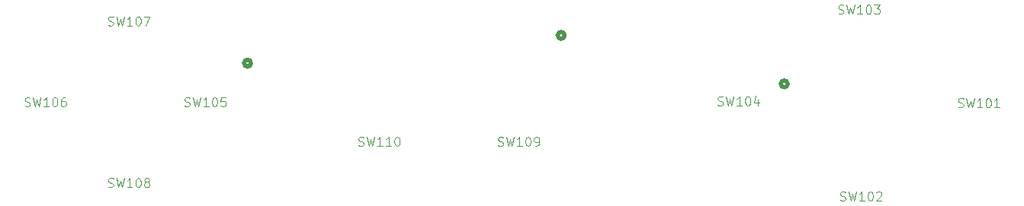
<source format=gto>
G04 #@! TF.GenerationSoftware,KiCad,Pcbnew,8.0.9*
G04 #@! TF.CreationDate,2025-09-16T20:49:19+09:00*
G04 #@! TF.ProjectId,usb_sfc_pad,7573625f-7366-4635-9f70-61642e6b6963,rev?*
G04 #@! TF.SameCoordinates,Original*
G04 #@! TF.FileFunction,Legend,Top*
G04 #@! TF.FilePolarity,Positive*
%FSLAX46Y46*%
G04 Gerber Fmt 4.6, Leading zero omitted, Abs format (unit mm)*
G04 Created by KiCad (PCBNEW 8.0.9) date 2025-09-16 20:49:19*
%MOMM*%
%LPD*%
G01*
G04 APERTURE LIST*
G04 Aperture macros list*
%AMFreePoly0*
4,1,19,0.300000,-2.700000,-3.900000,-2.700000,-3.900000,-2.200000,-0.700000,-2.200000,-0.700000,-1.200000,-3.900000,-1.200000,-3.900000,-0.800000,-0.700000,-0.800000,-0.700000,0.200000,-3.900000,0.200000,-3.900000,0.600000,-0.700000,0.600000,-0.700000,1.600000,-3.900000,1.600000,-3.900000,2.000000,-0.700000,2.000000,-0.700000,2.800000,0.300000,2.800000,0.300000,-2.700000,0.300000,-2.700000,
$1*%
%AMFreePoly1*
4,1,19,3.900000,2.200000,0.700000,2.200000,0.700000,1.200000,3.900000,1.200000,3.900000,0.800000,0.700000,0.800000,0.700000,-0.200000,3.900000,-0.200000,3.900000,-0.600000,0.700000,-0.600000,0.700000,-1.600000,3.900000,-1.600000,3.900000,-2.000000,0.700000,-2.000000,0.700000,-2.800000,-0.300000,-2.800000,-0.300000,2.700000,3.900000,2.700000,3.900000,2.200000,3.900000,2.200000,
$1*%
G04 Aperture macros list end*
%ADD10C,0.100000*%
%ADD11C,0.508000*%
%ADD12FreePoly0,0.000000*%
%ADD13FreePoly1,0.000000*%
%ADD14R,1.700000X1.700000*%
%ADD15O,1.700000X1.700000*%
G04 APERTURE END LIST*
D10*
X139514286Y-116059800D02*
X139657143Y-116107419D01*
X139657143Y-116107419D02*
X139895238Y-116107419D01*
X139895238Y-116107419D02*
X139990476Y-116059800D01*
X139990476Y-116059800D02*
X140038095Y-116012180D01*
X140038095Y-116012180D02*
X140085714Y-115916942D01*
X140085714Y-115916942D02*
X140085714Y-115821704D01*
X140085714Y-115821704D02*
X140038095Y-115726466D01*
X140038095Y-115726466D02*
X139990476Y-115678847D01*
X139990476Y-115678847D02*
X139895238Y-115631228D01*
X139895238Y-115631228D02*
X139704762Y-115583609D01*
X139704762Y-115583609D02*
X139609524Y-115535990D01*
X139609524Y-115535990D02*
X139561905Y-115488371D01*
X139561905Y-115488371D02*
X139514286Y-115393133D01*
X139514286Y-115393133D02*
X139514286Y-115297895D01*
X139514286Y-115297895D02*
X139561905Y-115202657D01*
X139561905Y-115202657D02*
X139609524Y-115155038D01*
X139609524Y-115155038D02*
X139704762Y-115107419D01*
X139704762Y-115107419D02*
X139942857Y-115107419D01*
X139942857Y-115107419D02*
X140085714Y-115155038D01*
X140419048Y-115107419D02*
X140657143Y-116107419D01*
X140657143Y-116107419D02*
X140847619Y-115393133D01*
X140847619Y-115393133D02*
X141038095Y-116107419D01*
X141038095Y-116107419D02*
X141276191Y-115107419D01*
X142180952Y-116107419D02*
X141609524Y-116107419D01*
X141895238Y-116107419D02*
X141895238Y-115107419D01*
X141895238Y-115107419D02*
X141800000Y-115250276D01*
X141800000Y-115250276D02*
X141704762Y-115345514D01*
X141704762Y-115345514D02*
X141609524Y-115393133D01*
X143133333Y-116107419D02*
X142561905Y-116107419D01*
X142847619Y-116107419D02*
X142847619Y-115107419D01*
X142847619Y-115107419D02*
X142752381Y-115250276D01*
X142752381Y-115250276D02*
X142657143Y-115345514D01*
X142657143Y-115345514D02*
X142561905Y-115393133D01*
X143752381Y-115107419D02*
X143847619Y-115107419D01*
X143847619Y-115107419D02*
X143942857Y-115155038D01*
X143942857Y-115155038D02*
X143990476Y-115202657D01*
X143990476Y-115202657D02*
X144038095Y-115297895D01*
X144038095Y-115297895D02*
X144085714Y-115488371D01*
X144085714Y-115488371D02*
X144085714Y-115726466D01*
X144085714Y-115726466D02*
X144038095Y-115916942D01*
X144038095Y-115916942D02*
X143990476Y-116012180D01*
X143990476Y-116012180D02*
X143942857Y-116059800D01*
X143942857Y-116059800D02*
X143847619Y-116107419D01*
X143847619Y-116107419D02*
X143752381Y-116107419D01*
X143752381Y-116107419D02*
X143657143Y-116059800D01*
X143657143Y-116059800D02*
X143609524Y-116012180D01*
X143609524Y-116012180D02*
X143561905Y-115916942D01*
X143561905Y-115916942D02*
X143514286Y-115726466D01*
X143514286Y-115726466D02*
X143514286Y-115488371D01*
X143514286Y-115488371D02*
X143561905Y-115297895D01*
X143561905Y-115297895D02*
X143609524Y-115202657D01*
X143609524Y-115202657D02*
X143657143Y-115155038D01*
X143657143Y-115155038D02*
X143752381Y-115107419D01*
X102464286Y-111659800D02*
X102607143Y-111707419D01*
X102607143Y-111707419D02*
X102845238Y-111707419D01*
X102845238Y-111707419D02*
X102940476Y-111659800D01*
X102940476Y-111659800D02*
X102988095Y-111612180D01*
X102988095Y-111612180D02*
X103035714Y-111516942D01*
X103035714Y-111516942D02*
X103035714Y-111421704D01*
X103035714Y-111421704D02*
X102988095Y-111326466D01*
X102988095Y-111326466D02*
X102940476Y-111278847D01*
X102940476Y-111278847D02*
X102845238Y-111231228D01*
X102845238Y-111231228D02*
X102654762Y-111183609D01*
X102654762Y-111183609D02*
X102559524Y-111135990D01*
X102559524Y-111135990D02*
X102511905Y-111088371D01*
X102511905Y-111088371D02*
X102464286Y-110993133D01*
X102464286Y-110993133D02*
X102464286Y-110897895D01*
X102464286Y-110897895D02*
X102511905Y-110802657D01*
X102511905Y-110802657D02*
X102559524Y-110755038D01*
X102559524Y-110755038D02*
X102654762Y-110707419D01*
X102654762Y-110707419D02*
X102892857Y-110707419D01*
X102892857Y-110707419D02*
X103035714Y-110755038D01*
X103369048Y-110707419D02*
X103607143Y-111707419D01*
X103607143Y-111707419D02*
X103797619Y-110993133D01*
X103797619Y-110993133D02*
X103988095Y-111707419D01*
X103988095Y-111707419D02*
X104226191Y-110707419D01*
X105130952Y-111707419D02*
X104559524Y-111707419D01*
X104845238Y-111707419D02*
X104845238Y-110707419D01*
X104845238Y-110707419D02*
X104750000Y-110850276D01*
X104750000Y-110850276D02*
X104654762Y-110945514D01*
X104654762Y-110945514D02*
X104559524Y-110993133D01*
X105750000Y-110707419D02*
X105845238Y-110707419D01*
X105845238Y-110707419D02*
X105940476Y-110755038D01*
X105940476Y-110755038D02*
X105988095Y-110802657D01*
X105988095Y-110802657D02*
X106035714Y-110897895D01*
X106035714Y-110897895D02*
X106083333Y-111088371D01*
X106083333Y-111088371D02*
X106083333Y-111326466D01*
X106083333Y-111326466D02*
X106035714Y-111516942D01*
X106035714Y-111516942D02*
X105988095Y-111612180D01*
X105988095Y-111612180D02*
X105940476Y-111659800D01*
X105940476Y-111659800D02*
X105845238Y-111707419D01*
X105845238Y-111707419D02*
X105750000Y-111707419D01*
X105750000Y-111707419D02*
X105654762Y-111659800D01*
X105654762Y-111659800D02*
X105607143Y-111612180D01*
X105607143Y-111612180D02*
X105559524Y-111516942D01*
X105559524Y-111516942D02*
X105511905Y-111326466D01*
X105511905Y-111326466D02*
X105511905Y-111088371D01*
X105511905Y-111088371D02*
X105559524Y-110897895D01*
X105559524Y-110897895D02*
X105607143Y-110802657D01*
X105607143Y-110802657D02*
X105654762Y-110755038D01*
X105654762Y-110755038D02*
X105750000Y-110707419D01*
X106940476Y-110707419D02*
X106750000Y-110707419D01*
X106750000Y-110707419D02*
X106654762Y-110755038D01*
X106654762Y-110755038D02*
X106607143Y-110802657D01*
X106607143Y-110802657D02*
X106511905Y-110945514D01*
X106511905Y-110945514D02*
X106464286Y-111135990D01*
X106464286Y-111135990D02*
X106464286Y-111516942D01*
X106464286Y-111516942D02*
X106511905Y-111612180D01*
X106511905Y-111612180D02*
X106559524Y-111659800D01*
X106559524Y-111659800D02*
X106654762Y-111707419D01*
X106654762Y-111707419D02*
X106845238Y-111707419D01*
X106845238Y-111707419D02*
X106940476Y-111659800D01*
X106940476Y-111659800D02*
X106988095Y-111612180D01*
X106988095Y-111612180D02*
X107035714Y-111516942D01*
X107035714Y-111516942D02*
X107035714Y-111278847D01*
X107035714Y-111278847D02*
X106988095Y-111183609D01*
X106988095Y-111183609D02*
X106940476Y-111135990D01*
X106940476Y-111135990D02*
X106845238Y-111088371D01*
X106845238Y-111088371D02*
X106654762Y-111088371D01*
X106654762Y-111088371D02*
X106559524Y-111135990D01*
X106559524Y-111135990D02*
X106511905Y-111183609D01*
X106511905Y-111183609D02*
X106464286Y-111278847D01*
X120214286Y-111659800D02*
X120357143Y-111707419D01*
X120357143Y-111707419D02*
X120595238Y-111707419D01*
X120595238Y-111707419D02*
X120690476Y-111659800D01*
X120690476Y-111659800D02*
X120738095Y-111612180D01*
X120738095Y-111612180D02*
X120785714Y-111516942D01*
X120785714Y-111516942D02*
X120785714Y-111421704D01*
X120785714Y-111421704D02*
X120738095Y-111326466D01*
X120738095Y-111326466D02*
X120690476Y-111278847D01*
X120690476Y-111278847D02*
X120595238Y-111231228D01*
X120595238Y-111231228D02*
X120404762Y-111183609D01*
X120404762Y-111183609D02*
X120309524Y-111135990D01*
X120309524Y-111135990D02*
X120261905Y-111088371D01*
X120261905Y-111088371D02*
X120214286Y-110993133D01*
X120214286Y-110993133D02*
X120214286Y-110897895D01*
X120214286Y-110897895D02*
X120261905Y-110802657D01*
X120261905Y-110802657D02*
X120309524Y-110755038D01*
X120309524Y-110755038D02*
X120404762Y-110707419D01*
X120404762Y-110707419D02*
X120642857Y-110707419D01*
X120642857Y-110707419D02*
X120785714Y-110755038D01*
X121119048Y-110707419D02*
X121357143Y-111707419D01*
X121357143Y-111707419D02*
X121547619Y-110993133D01*
X121547619Y-110993133D02*
X121738095Y-111707419D01*
X121738095Y-111707419D02*
X121976191Y-110707419D01*
X122880952Y-111707419D02*
X122309524Y-111707419D01*
X122595238Y-111707419D02*
X122595238Y-110707419D01*
X122595238Y-110707419D02*
X122500000Y-110850276D01*
X122500000Y-110850276D02*
X122404762Y-110945514D01*
X122404762Y-110945514D02*
X122309524Y-110993133D01*
X123500000Y-110707419D02*
X123595238Y-110707419D01*
X123595238Y-110707419D02*
X123690476Y-110755038D01*
X123690476Y-110755038D02*
X123738095Y-110802657D01*
X123738095Y-110802657D02*
X123785714Y-110897895D01*
X123785714Y-110897895D02*
X123833333Y-111088371D01*
X123833333Y-111088371D02*
X123833333Y-111326466D01*
X123833333Y-111326466D02*
X123785714Y-111516942D01*
X123785714Y-111516942D02*
X123738095Y-111612180D01*
X123738095Y-111612180D02*
X123690476Y-111659800D01*
X123690476Y-111659800D02*
X123595238Y-111707419D01*
X123595238Y-111707419D02*
X123500000Y-111707419D01*
X123500000Y-111707419D02*
X123404762Y-111659800D01*
X123404762Y-111659800D02*
X123357143Y-111612180D01*
X123357143Y-111612180D02*
X123309524Y-111516942D01*
X123309524Y-111516942D02*
X123261905Y-111326466D01*
X123261905Y-111326466D02*
X123261905Y-111088371D01*
X123261905Y-111088371D02*
X123309524Y-110897895D01*
X123309524Y-110897895D02*
X123357143Y-110802657D01*
X123357143Y-110802657D02*
X123404762Y-110755038D01*
X123404762Y-110755038D02*
X123500000Y-110707419D01*
X124738095Y-110707419D02*
X124261905Y-110707419D01*
X124261905Y-110707419D02*
X124214286Y-111183609D01*
X124214286Y-111183609D02*
X124261905Y-111135990D01*
X124261905Y-111135990D02*
X124357143Y-111088371D01*
X124357143Y-111088371D02*
X124595238Y-111088371D01*
X124595238Y-111088371D02*
X124690476Y-111135990D01*
X124690476Y-111135990D02*
X124738095Y-111183609D01*
X124738095Y-111183609D02*
X124785714Y-111278847D01*
X124785714Y-111278847D02*
X124785714Y-111516942D01*
X124785714Y-111516942D02*
X124738095Y-111612180D01*
X124738095Y-111612180D02*
X124690476Y-111659800D01*
X124690476Y-111659800D02*
X124595238Y-111707419D01*
X124595238Y-111707419D02*
X124357143Y-111707419D01*
X124357143Y-111707419D02*
X124261905Y-111659800D01*
X124261905Y-111659800D02*
X124214286Y-111612180D01*
X193014286Y-122159800D02*
X193157143Y-122207419D01*
X193157143Y-122207419D02*
X193395238Y-122207419D01*
X193395238Y-122207419D02*
X193490476Y-122159800D01*
X193490476Y-122159800D02*
X193538095Y-122112180D01*
X193538095Y-122112180D02*
X193585714Y-122016942D01*
X193585714Y-122016942D02*
X193585714Y-121921704D01*
X193585714Y-121921704D02*
X193538095Y-121826466D01*
X193538095Y-121826466D02*
X193490476Y-121778847D01*
X193490476Y-121778847D02*
X193395238Y-121731228D01*
X193395238Y-121731228D02*
X193204762Y-121683609D01*
X193204762Y-121683609D02*
X193109524Y-121635990D01*
X193109524Y-121635990D02*
X193061905Y-121588371D01*
X193061905Y-121588371D02*
X193014286Y-121493133D01*
X193014286Y-121493133D02*
X193014286Y-121397895D01*
X193014286Y-121397895D02*
X193061905Y-121302657D01*
X193061905Y-121302657D02*
X193109524Y-121255038D01*
X193109524Y-121255038D02*
X193204762Y-121207419D01*
X193204762Y-121207419D02*
X193442857Y-121207419D01*
X193442857Y-121207419D02*
X193585714Y-121255038D01*
X193919048Y-121207419D02*
X194157143Y-122207419D01*
X194157143Y-122207419D02*
X194347619Y-121493133D01*
X194347619Y-121493133D02*
X194538095Y-122207419D01*
X194538095Y-122207419D02*
X194776191Y-121207419D01*
X195680952Y-122207419D02*
X195109524Y-122207419D01*
X195395238Y-122207419D02*
X195395238Y-121207419D01*
X195395238Y-121207419D02*
X195300000Y-121350276D01*
X195300000Y-121350276D02*
X195204762Y-121445514D01*
X195204762Y-121445514D02*
X195109524Y-121493133D01*
X196300000Y-121207419D02*
X196395238Y-121207419D01*
X196395238Y-121207419D02*
X196490476Y-121255038D01*
X196490476Y-121255038D02*
X196538095Y-121302657D01*
X196538095Y-121302657D02*
X196585714Y-121397895D01*
X196585714Y-121397895D02*
X196633333Y-121588371D01*
X196633333Y-121588371D02*
X196633333Y-121826466D01*
X196633333Y-121826466D02*
X196585714Y-122016942D01*
X196585714Y-122016942D02*
X196538095Y-122112180D01*
X196538095Y-122112180D02*
X196490476Y-122159800D01*
X196490476Y-122159800D02*
X196395238Y-122207419D01*
X196395238Y-122207419D02*
X196300000Y-122207419D01*
X196300000Y-122207419D02*
X196204762Y-122159800D01*
X196204762Y-122159800D02*
X196157143Y-122112180D01*
X196157143Y-122112180D02*
X196109524Y-122016942D01*
X196109524Y-122016942D02*
X196061905Y-121826466D01*
X196061905Y-121826466D02*
X196061905Y-121588371D01*
X196061905Y-121588371D02*
X196109524Y-121397895D01*
X196109524Y-121397895D02*
X196157143Y-121302657D01*
X196157143Y-121302657D02*
X196204762Y-121255038D01*
X196204762Y-121255038D02*
X196300000Y-121207419D01*
X197014286Y-121302657D02*
X197061905Y-121255038D01*
X197061905Y-121255038D02*
X197157143Y-121207419D01*
X197157143Y-121207419D02*
X197395238Y-121207419D01*
X197395238Y-121207419D02*
X197490476Y-121255038D01*
X197490476Y-121255038D02*
X197538095Y-121302657D01*
X197538095Y-121302657D02*
X197585714Y-121397895D01*
X197585714Y-121397895D02*
X197585714Y-121493133D01*
X197585714Y-121493133D02*
X197538095Y-121635990D01*
X197538095Y-121635990D02*
X196966667Y-122207419D01*
X196966667Y-122207419D02*
X197585714Y-122207419D01*
X111714286Y-120659800D02*
X111857143Y-120707419D01*
X111857143Y-120707419D02*
X112095238Y-120707419D01*
X112095238Y-120707419D02*
X112190476Y-120659800D01*
X112190476Y-120659800D02*
X112238095Y-120612180D01*
X112238095Y-120612180D02*
X112285714Y-120516942D01*
X112285714Y-120516942D02*
X112285714Y-120421704D01*
X112285714Y-120421704D02*
X112238095Y-120326466D01*
X112238095Y-120326466D02*
X112190476Y-120278847D01*
X112190476Y-120278847D02*
X112095238Y-120231228D01*
X112095238Y-120231228D02*
X111904762Y-120183609D01*
X111904762Y-120183609D02*
X111809524Y-120135990D01*
X111809524Y-120135990D02*
X111761905Y-120088371D01*
X111761905Y-120088371D02*
X111714286Y-119993133D01*
X111714286Y-119993133D02*
X111714286Y-119897895D01*
X111714286Y-119897895D02*
X111761905Y-119802657D01*
X111761905Y-119802657D02*
X111809524Y-119755038D01*
X111809524Y-119755038D02*
X111904762Y-119707419D01*
X111904762Y-119707419D02*
X112142857Y-119707419D01*
X112142857Y-119707419D02*
X112285714Y-119755038D01*
X112619048Y-119707419D02*
X112857143Y-120707419D01*
X112857143Y-120707419D02*
X113047619Y-119993133D01*
X113047619Y-119993133D02*
X113238095Y-120707419D01*
X113238095Y-120707419D02*
X113476191Y-119707419D01*
X114380952Y-120707419D02*
X113809524Y-120707419D01*
X114095238Y-120707419D02*
X114095238Y-119707419D01*
X114095238Y-119707419D02*
X114000000Y-119850276D01*
X114000000Y-119850276D02*
X113904762Y-119945514D01*
X113904762Y-119945514D02*
X113809524Y-119993133D01*
X115000000Y-119707419D02*
X115095238Y-119707419D01*
X115095238Y-119707419D02*
X115190476Y-119755038D01*
X115190476Y-119755038D02*
X115238095Y-119802657D01*
X115238095Y-119802657D02*
X115285714Y-119897895D01*
X115285714Y-119897895D02*
X115333333Y-120088371D01*
X115333333Y-120088371D02*
X115333333Y-120326466D01*
X115333333Y-120326466D02*
X115285714Y-120516942D01*
X115285714Y-120516942D02*
X115238095Y-120612180D01*
X115238095Y-120612180D02*
X115190476Y-120659800D01*
X115190476Y-120659800D02*
X115095238Y-120707419D01*
X115095238Y-120707419D02*
X115000000Y-120707419D01*
X115000000Y-120707419D02*
X114904762Y-120659800D01*
X114904762Y-120659800D02*
X114857143Y-120612180D01*
X114857143Y-120612180D02*
X114809524Y-120516942D01*
X114809524Y-120516942D02*
X114761905Y-120326466D01*
X114761905Y-120326466D02*
X114761905Y-120088371D01*
X114761905Y-120088371D02*
X114809524Y-119897895D01*
X114809524Y-119897895D02*
X114857143Y-119802657D01*
X114857143Y-119802657D02*
X114904762Y-119755038D01*
X114904762Y-119755038D02*
X115000000Y-119707419D01*
X115904762Y-120135990D02*
X115809524Y-120088371D01*
X115809524Y-120088371D02*
X115761905Y-120040752D01*
X115761905Y-120040752D02*
X115714286Y-119945514D01*
X115714286Y-119945514D02*
X115714286Y-119897895D01*
X115714286Y-119897895D02*
X115761905Y-119802657D01*
X115761905Y-119802657D02*
X115809524Y-119755038D01*
X115809524Y-119755038D02*
X115904762Y-119707419D01*
X115904762Y-119707419D02*
X116095238Y-119707419D01*
X116095238Y-119707419D02*
X116190476Y-119755038D01*
X116190476Y-119755038D02*
X116238095Y-119802657D01*
X116238095Y-119802657D02*
X116285714Y-119897895D01*
X116285714Y-119897895D02*
X116285714Y-119945514D01*
X116285714Y-119945514D02*
X116238095Y-120040752D01*
X116238095Y-120040752D02*
X116190476Y-120088371D01*
X116190476Y-120088371D02*
X116095238Y-120135990D01*
X116095238Y-120135990D02*
X115904762Y-120135990D01*
X115904762Y-120135990D02*
X115809524Y-120183609D01*
X115809524Y-120183609D02*
X115761905Y-120231228D01*
X115761905Y-120231228D02*
X115714286Y-120326466D01*
X115714286Y-120326466D02*
X115714286Y-120516942D01*
X115714286Y-120516942D02*
X115761905Y-120612180D01*
X115761905Y-120612180D02*
X115809524Y-120659800D01*
X115809524Y-120659800D02*
X115904762Y-120707419D01*
X115904762Y-120707419D02*
X116095238Y-120707419D01*
X116095238Y-120707419D02*
X116190476Y-120659800D01*
X116190476Y-120659800D02*
X116238095Y-120612180D01*
X116238095Y-120612180D02*
X116285714Y-120516942D01*
X116285714Y-120516942D02*
X116285714Y-120326466D01*
X116285714Y-120326466D02*
X116238095Y-120231228D01*
X116238095Y-120231228D02*
X116190476Y-120183609D01*
X116190476Y-120183609D02*
X116095238Y-120135990D01*
X111714286Y-102659800D02*
X111857143Y-102707419D01*
X111857143Y-102707419D02*
X112095238Y-102707419D01*
X112095238Y-102707419D02*
X112190476Y-102659800D01*
X112190476Y-102659800D02*
X112238095Y-102612180D01*
X112238095Y-102612180D02*
X112285714Y-102516942D01*
X112285714Y-102516942D02*
X112285714Y-102421704D01*
X112285714Y-102421704D02*
X112238095Y-102326466D01*
X112238095Y-102326466D02*
X112190476Y-102278847D01*
X112190476Y-102278847D02*
X112095238Y-102231228D01*
X112095238Y-102231228D02*
X111904762Y-102183609D01*
X111904762Y-102183609D02*
X111809524Y-102135990D01*
X111809524Y-102135990D02*
X111761905Y-102088371D01*
X111761905Y-102088371D02*
X111714286Y-101993133D01*
X111714286Y-101993133D02*
X111714286Y-101897895D01*
X111714286Y-101897895D02*
X111761905Y-101802657D01*
X111761905Y-101802657D02*
X111809524Y-101755038D01*
X111809524Y-101755038D02*
X111904762Y-101707419D01*
X111904762Y-101707419D02*
X112142857Y-101707419D01*
X112142857Y-101707419D02*
X112285714Y-101755038D01*
X112619048Y-101707419D02*
X112857143Y-102707419D01*
X112857143Y-102707419D02*
X113047619Y-101993133D01*
X113047619Y-101993133D02*
X113238095Y-102707419D01*
X113238095Y-102707419D02*
X113476191Y-101707419D01*
X114380952Y-102707419D02*
X113809524Y-102707419D01*
X114095238Y-102707419D02*
X114095238Y-101707419D01*
X114095238Y-101707419D02*
X114000000Y-101850276D01*
X114000000Y-101850276D02*
X113904762Y-101945514D01*
X113904762Y-101945514D02*
X113809524Y-101993133D01*
X115000000Y-101707419D02*
X115095238Y-101707419D01*
X115095238Y-101707419D02*
X115190476Y-101755038D01*
X115190476Y-101755038D02*
X115238095Y-101802657D01*
X115238095Y-101802657D02*
X115285714Y-101897895D01*
X115285714Y-101897895D02*
X115333333Y-102088371D01*
X115333333Y-102088371D02*
X115333333Y-102326466D01*
X115333333Y-102326466D02*
X115285714Y-102516942D01*
X115285714Y-102516942D02*
X115238095Y-102612180D01*
X115238095Y-102612180D02*
X115190476Y-102659800D01*
X115190476Y-102659800D02*
X115095238Y-102707419D01*
X115095238Y-102707419D02*
X115000000Y-102707419D01*
X115000000Y-102707419D02*
X114904762Y-102659800D01*
X114904762Y-102659800D02*
X114857143Y-102612180D01*
X114857143Y-102612180D02*
X114809524Y-102516942D01*
X114809524Y-102516942D02*
X114761905Y-102326466D01*
X114761905Y-102326466D02*
X114761905Y-102088371D01*
X114761905Y-102088371D02*
X114809524Y-101897895D01*
X114809524Y-101897895D02*
X114857143Y-101802657D01*
X114857143Y-101802657D02*
X114904762Y-101755038D01*
X114904762Y-101755038D02*
X115000000Y-101707419D01*
X115666667Y-101707419D02*
X116333333Y-101707419D01*
X116333333Y-101707419D02*
X115904762Y-102707419D01*
X179414286Y-111559800D02*
X179557143Y-111607419D01*
X179557143Y-111607419D02*
X179795238Y-111607419D01*
X179795238Y-111607419D02*
X179890476Y-111559800D01*
X179890476Y-111559800D02*
X179938095Y-111512180D01*
X179938095Y-111512180D02*
X179985714Y-111416942D01*
X179985714Y-111416942D02*
X179985714Y-111321704D01*
X179985714Y-111321704D02*
X179938095Y-111226466D01*
X179938095Y-111226466D02*
X179890476Y-111178847D01*
X179890476Y-111178847D02*
X179795238Y-111131228D01*
X179795238Y-111131228D02*
X179604762Y-111083609D01*
X179604762Y-111083609D02*
X179509524Y-111035990D01*
X179509524Y-111035990D02*
X179461905Y-110988371D01*
X179461905Y-110988371D02*
X179414286Y-110893133D01*
X179414286Y-110893133D02*
X179414286Y-110797895D01*
X179414286Y-110797895D02*
X179461905Y-110702657D01*
X179461905Y-110702657D02*
X179509524Y-110655038D01*
X179509524Y-110655038D02*
X179604762Y-110607419D01*
X179604762Y-110607419D02*
X179842857Y-110607419D01*
X179842857Y-110607419D02*
X179985714Y-110655038D01*
X180319048Y-110607419D02*
X180557143Y-111607419D01*
X180557143Y-111607419D02*
X180747619Y-110893133D01*
X180747619Y-110893133D02*
X180938095Y-111607419D01*
X180938095Y-111607419D02*
X181176191Y-110607419D01*
X182080952Y-111607419D02*
X181509524Y-111607419D01*
X181795238Y-111607419D02*
X181795238Y-110607419D01*
X181795238Y-110607419D02*
X181700000Y-110750276D01*
X181700000Y-110750276D02*
X181604762Y-110845514D01*
X181604762Y-110845514D02*
X181509524Y-110893133D01*
X182700000Y-110607419D02*
X182795238Y-110607419D01*
X182795238Y-110607419D02*
X182890476Y-110655038D01*
X182890476Y-110655038D02*
X182938095Y-110702657D01*
X182938095Y-110702657D02*
X182985714Y-110797895D01*
X182985714Y-110797895D02*
X183033333Y-110988371D01*
X183033333Y-110988371D02*
X183033333Y-111226466D01*
X183033333Y-111226466D02*
X182985714Y-111416942D01*
X182985714Y-111416942D02*
X182938095Y-111512180D01*
X182938095Y-111512180D02*
X182890476Y-111559800D01*
X182890476Y-111559800D02*
X182795238Y-111607419D01*
X182795238Y-111607419D02*
X182700000Y-111607419D01*
X182700000Y-111607419D02*
X182604762Y-111559800D01*
X182604762Y-111559800D02*
X182557143Y-111512180D01*
X182557143Y-111512180D02*
X182509524Y-111416942D01*
X182509524Y-111416942D02*
X182461905Y-111226466D01*
X182461905Y-111226466D02*
X182461905Y-110988371D01*
X182461905Y-110988371D02*
X182509524Y-110797895D01*
X182509524Y-110797895D02*
X182557143Y-110702657D01*
X182557143Y-110702657D02*
X182604762Y-110655038D01*
X182604762Y-110655038D02*
X182700000Y-110607419D01*
X183890476Y-110940752D02*
X183890476Y-111607419D01*
X183652381Y-110559800D02*
X183414286Y-111274085D01*
X183414286Y-111274085D02*
X184033333Y-111274085D01*
X206114286Y-111759800D02*
X206257143Y-111807419D01*
X206257143Y-111807419D02*
X206495238Y-111807419D01*
X206495238Y-111807419D02*
X206590476Y-111759800D01*
X206590476Y-111759800D02*
X206638095Y-111712180D01*
X206638095Y-111712180D02*
X206685714Y-111616942D01*
X206685714Y-111616942D02*
X206685714Y-111521704D01*
X206685714Y-111521704D02*
X206638095Y-111426466D01*
X206638095Y-111426466D02*
X206590476Y-111378847D01*
X206590476Y-111378847D02*
X206495238Y-111331228D01*
X206495238Y-111331228D02*
X206304762Y-111283609D01*
X206304762Y-111283609D02*
X206209524Y-111235990D01*
X206209524Y-111235990D02*
X206161905Y-111188371D01*
X206161905Y-111188371D02*
X206114286Y-111093133D01*
X206114286Y-111093133D02*
X206114286Y-110997895D01*
X206114286Y-110997895D02*
X206161905Y-110902657D01*
X206161905Y-110902657D02*
X206209524Y-110855038D01*
X206209524Y-110855038D02*
X206304762Y-110807419D01*
X206304762Y-110807419D02*
X206542857Y-110807419D01*
X206542857Y-110807419D02*
X206685714Y-110855038D01*
X207019048Y-110807419D02*
X207257143Y-111807419D01*
X207257143Y-111807419D02*
X207447619Y-111093133D01*
X207447619Y-111093133D02*
X207638095Y-111807419D01*
X207638095Y-111807419D02*
X207876191Y-110807419D01*
X208780952Y-111807419D02*
X208209524Y-111807419D01*
X208495238Y-111807419D02*
X208495238Y-110807419D01*
X208495238Y-110807419D02*
X208400000Y-110950276D01*
X208400000Y-110950276D02*
X208304762Y-111045514D01*
X208304762Y-111045514D02*
X208209524Y-111093133D01*
X209400000Y-110807419D02*
X209495238Y-110807419D01*
X209495238Y-110807419D02*
X209590476Y-110855038D01*
X209590476Y-110855038D02*
X209638095Y-110902657D01*
X209638095Y-110902657D02*
X209685714Y-110997895D01*
X209685714Y-110997895D02*
X209733333Y-111188371D01*
X209733333Y-111188371D02*
X209733333Y-111426466D01*
X209733333Y-111426466D02*
X209685714Y-111616942D01*
X209685714Y-111616942D02*
X209638095Y-111712180D01*
X209638095Y-111712180D02*
X209590476Y-111759800D01*
X209590476Y-111759800D02*
X209495238Y-111807419D01*
X209495238Y-111807419D02*
X209400000Y-111807419D01*
X209400000Y-111807419D02*
X209304762Y-111759800D01*
X209304762Y-111759800D02*
X209257143Y-111712180D01*
X209257143Y-111712180D02*
X209209524Y-111616942D01*
X209209524Y-111616942D02*
X209161905Y-111426466D01*
X209161905Y-111426466D02*
X209161905Y-111188371D01*
X209161905Y-111188371D02*
X209209524Y-110997895D01*
X209209524Y-110997895D02*
X209257143Y-110902657D01*
X209257143Y-110902657D02*
X209304762Y-110855038D01*
X209304762Y-110855038D02*
X209400000Y-110807419D01*
X210685714Y-111807419D02*
X210114286Y-111807419D01*
X210400000Y-111807419D02*
X210400000Y-110807419D01*
X210400000Y-110807419D02*
X210304762Y-110950276D01*
X210304762Y-110950276D02*
X210209524Y-111045514D01*
X210209524Y-111045514D02*
X210114286Y-111093133D01*
X155014286Y-116059800D02*
X155157143Y-116107419D01*
X155157143Y-116107419D02*
X155395238Y-116107419D01*
X155395238Y-116107419D02*
X155490476Y-116059800D01*
X155490476Y-116059800D02*
X155538095Y-116012180D01*
X155538095Y-116012180D02*
X155585714Y-115916942D01*
X155585714Y-115916942D02*
X155585714Y-115821704D01*
X155585714Y-115821704D02*
X155538095Y-115726466D01*
X155538095Y-115726466D02*
X155490476Y-115678847D01*
X155490476Y-115678847D02*
X155395238Y-115631228D01*
X155395238Y-115631228D02*
X155204762Y-115583609D01*
X155204762Y-115583609D02*
X155109524Y-115535990D01*
X155109524Y-115535990D02*
X155061905Y-115488371D01*
X155061905Y-115488371D02*
X155014286Y-115393133D01*
X155014286Y-115393133D02*
X155014286Y-115297895D01*
X155014286Y-115297895D02*
X155061905Y-115202657D01*
X155061905Y-115202657D02*
X155109524Y-115155038D01*
X155109524Y-115155038D02*
X155204762Y-115107419D01*
X155204762Y-115107419D02*
X155442857Y-115107419D01*
X155442857Y-115107419D02*
X155585714Y-115155038D01*
X155919048Y-115107419D02*
X156157143Y-116107419D01*
X156157143Y-116107419D02*
X156347619Y-115393133D01*
X156347619Y-115393133D02*
X156538095Y-116107419D01*
X156538095Y-116107419D02*
X156776191Y-115107419D01*
X157680952Y-116107419D02*
X157109524Y-116107419D01*
X157395238Y-116107419D02*
X157395238Y-115107419D01*
X157395238Y-115107419D02*
X157300000Y-115250276D01*
X157300000Y-115250276D02*
X157204762Y-115345514D01*
X157204762Y-115345514D02*
X157109524Y-115393133D01*
X158300000Y-115107419D02*
X158395238Y-115107419D01*
X158395238Y-115107419D02*
X158490476Y-115155038D01*
X158490476Y-115155038D02*
X158538095Y-115202657D01*
X158538095Y-115202657D02*
X158585714Y-115297895D01*
X158585714Y-115297895D02*
X158633333Y-115488371D01*
X158633333Y-115488371D02*
X158633333Y-115726466D01*
X158633333Y-115726466D02*
X158585714Y-115916942D01*
X158585714Y-115916942D02*
X158538095Y-116012180D01*
X158538095Y-116012180D02*
X158490476Y-116059800D01*
X158490476Y-116059800D02*
X158395238Y-116107419D01*
X158395238Y-116107419D02*
X158300000Y-116107419D01*
X158300000Y-116107419D02*
X158204762Y-116059800D01*
X158204762Y-116059800D02*
X158157143Y-116012180D01*
X158157143Y-116012180D02*
X158109524Y-115916942D01*
X158109524Y-115916942D02*
X158061905Y-115726466D01*
X158061905Y-115726466D02*
X158061905Y-115488371D01*
X158061905Y-115488371D02*
X158109524Y-115297895D01*
X158109524Y-115297895D02*
X158157143Y-115202657D01*
X158157143Y-115202657D02*
X158204762Y-115155038D01*
X158204762Y-115155038D02*
X158300000Y-115107419D01*
X159109524Y-116107419D02*
X159300000Y-116107419D01*
X159300000Y-116107419D02*
X159395238Y-116059800D01*
X159395238Y-116059800D02*
X159442857Y-116012180D01*
X159442857Y-116012180D02*
X159538095Y-115869323D01*
X159538095Y-115869323D02*
X159585714Y-115678847D01*
X159585714Y-115678847D02*
X159585714Y-115297895D01*
X159585714Y-115297895D02*
X159538095Y-115202657D01*
X159538095Y-115202657D02*
X159490476Y-115155038D01*
X159490476Y-115155038D02*
X159395238Y-115107419D01*
X159395238Y-115107419D02*
X159204762Y-115107419D01*
X159204762Y-115107419D02*
X159109524Y-115155038D01*
X159109524Y-115155038D02*
X159061905Y-115202657D01*
X159061905Y-115202657D02*
X159014286Y-115297895D01*
X159014286Y-115297895D02*
X159014286Y-115535990D01*
X159014286Y-115535990D02*
X159061905Y-115631228D01*
X159061905Y-115631228D02*
X159109524Y-115678847D01*
X159109524Y-115678847D02*
X159204762Y-115726466D01*
X159204762Y-115726466D02*
X159395238Y-115726466D01*
X159395238Y-115726466D02*
X159490476Y-115678847D01*
X159490476Y-115678847D02*
X159538095Y-115631228D01*
X159538095Y-115631228D02*
X159585714Y-115535990D01*
X192814286Y-101359800D02*
X192957143Y-101407419D01*
X192957143Y-101407419D02*
X193195238Y-101407419D01*
X193195238Y-101407419D02*
X193290476Y-101359800D01*
X193290476Y-101359800D02*
X193338095Y-101312180D01*
X193338095Y-101312180D02*
X193385714Y-101216942D01*
X193385714Y-101216942D02*
X193385714Y-101121704D01*
X193385714Y-101121704D02*
X193338095Y-101026466D01*
X193338095Y-101026466D02*
X193290476Y-100978847D01*
X193290476Y-100978847D02*
X193195238Y-100931228D01*
X193195238Y-100931228D02*
X193004762Y-100883609D01*
X193004762Y-100883609D02*
X192909524Y-100835990D01*
X192909524Y-100835990D02*
X192861905Y-100788371D01*
X192861905Y-100788371D02*
X192814286Y-100693133D01*
X192814286Y-100693133D02*
X192814286Y-100597895D01*
X192814286Y-100597895D02*
X192861905Y-100502657D01*
X192861905Y-100502657D02*
X192909524Y-100455038D01*
X192909524Y-100455038D02*
X193004762Y-100407419D01*
X193004762Y-100407419D02*
X193242857Y-100407419D01*
X193242857Y-100407419D02*
X193385714Y-100455038D01*
X193719048Y-100407419D02*
X193957143Y-101407419D01*
X193957143Y-101407419D02*
X194147619Y-100693133D01*
X194147619Y-100693133D02*
X194338095Y-101407419D01*
X194338095Y-101407419D02*
X194576191Y-100407419D01*
X195480952Y-101407419D02*
X194909524Y-101407419D01*
X195195238Y-101407419D02*
X195195238Y-100407419D01*
X195195238Y-100407419D02*
X195100000Y-100550276D01*
X195100000Y-100550276D02*
X195004762Y-100645514D01*
X195004762Y-100645514D02*
X194909524Y-100693133D01*
X196100000Y-100407419D02*
X196195238Y-100407419D01*
X196195238Y-100407419D02*
X196290476Y-100455038D01*
X196290476Y-100455038D02*
X196338095Y-100502657D01*
X196338095Y-100502657D02*
X196385714Y-100597895D01*
X196385714Y-100597895D02*
X196433333Y-100788371D01*
X196433333Y-100788371D02*
X196433333Y-101026466D01*
X196433333Y-101026466D02*
X196385714Y-101216942D01*
X196385714Y-101216942D02*
X196338095Y-101312180D01*
X196338095Y-101312180D02*
X196290476Y-101359800D01*
X196290476Y-101359800D02*
X196195238Y-101407419D01*
X196195238Y-101407419D02*
X196100000Y-101407419D01*
X196100000Y-101407419D02*
X196004762Y-101359800D01*
X196004762Y-101359800D02*
X195957143Y-101312180D01*
X195957143Y-101312180D02*
X195909524Y-101216942D01*
X195909524Y-101216942D02*
X195861905Y-101026466D01*
X195861905Y-101026466D02*
X195861905Y-100788371D01*
X195861905Y-100788371D02*
X195909524Y-100597895D01*
X195909524Y-100597895D02*
X195957143Y-100502657D01*
X195957143Y-100502657D02*
X196004762Y-100455038D01*
X196004762Y-100455038D02*
X196100000Y-100407419D01*
X196766667Y-100407419D02*
X197385714Y-100407419D01*
X197385714Y-100407419D02*
X197052381Y-100788371D01*
X197052381Y-100788371D02*
X197195238Y-100788371D01*
X197195238Y-100788371D02*
X197290476Y-100835990D01*
X197290476Y-100835990D02*
X197338095Y-100883609D01*
X197338095Y-100883609D02*
X197385714Y-100978847D01*
X197385714Y-100978847D02*
X197385714Y-101216942D01*
X197385714Y-101216942D02*
X197338095Y-101312180D01*
X197338095Y-101312180D02*
X197290476Y-101359800D01*
X197290476Y-101359800D02*
X197195238Y-101407419D01*
X197195238Y-101407419D02*
X196909524Y-101407419D01*
X196909524Y-101407419D02*
X196814286Y-101359800D01*
X196814286Y-101359800D02*
X196766667Y-101312180D01*
D11*
X187174500Y-109199999D02*
G75*
G02*
X186412500Y-109199999I-381000J0D01*
G01*
X186412500Y-109199999D02*
G75*
G02*
X187174500Y-109199999I381000J0D01*
G01*
X127574500Y-106899999D02*
G75*
G02*
X126812500Y-106899999I-381000J0D01*
G01*
X126812500Y-106899999D02*
G75*
G02*
X127574500Y-106899999I381000J0D01*
G01*
X162397600Y-103804500D02*
G75*
G02*
X161635600Y-103804500I-381000J0D01*
G01*
X161635600Y-103804500D02*
G75*
G02*
X162397600Y-103804500I381000J0D01*
G01*
%LPC*%
D12*
X144050000Y-111950000D03*
D13*
X139150000Y-111850000D03*
D12*
X107000000Y-107550000D03*
D13*
X102100000Y-107450000D03*
D12*
X124750000Y-107550000D03*
D13*
X119850000Y-107450000D03*
D12*
X197550000Y-118050000D03*
D13*
X192650000Y-117950000D03*
D12*
X116250000Y-116550000D03*
D13*
X111350000Y-116450000D03*
D12*
X116250000Y-98550000D03*
D13*
X111350000Y-98450000D03*
D12*
X183950000Y-107450000D03*
D13*
X179050000Y-107350000D03*
D12*
X210650000Y-107650000D03*
D13*
X205750000Y-107550000D03*
D12*
X159550000Y-111950000D03*
D13*
X154650000Y-111850000D03*
D12*
X197350000Y-97250000D03*
D13*
X192450000Y-97150000D03*
D14*
X148020000Y-90000000D03*
D15*
X145480000Y-90000000D03*
X142940000Y-90000000D03*
X140400000Y-90000000D03*
X137860000Y-90000000D03*
X135320000Y-90000000D03*
%LPD*%
M02*

</source>
